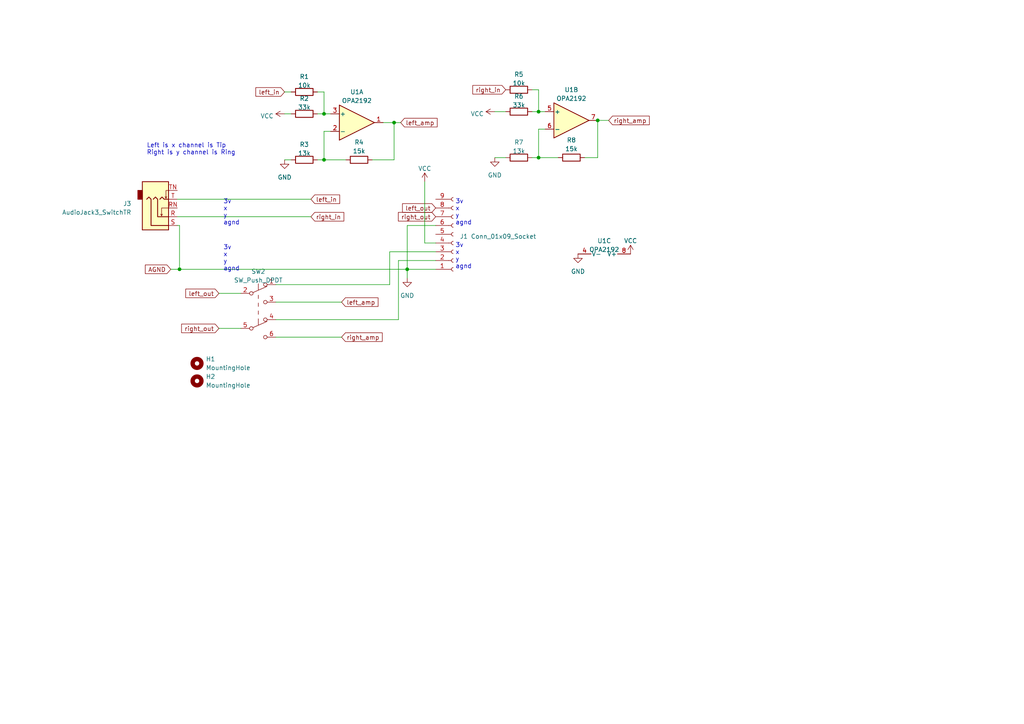
<source format=kicad_sch>
(kicad_sch (version 20231120) (generator "eeschema") (generator_version "8.0")
  (paper "A4")
  (lib_symbols
    (symbol "Amplifier_Operational:OPA2196xD" (pin_names (offset 0.127))
      (property "Reference" "U" (at 2.54 6.35 0))
      (property "Value" "OPA2196xD" (at 2.54 3.81 0))
      (symbol "OPA2196xD_1_1"
        (polyline (pts (xy 5.08 0) (xy -5.08 5.08) (xy -5.08 -5.08) (xy 5.08 0)) (stroke (width 0.254)) (fill (type background)))
        (pin output line (at 7.62 0 180) (length 2.54) (name "~") (number "1"))
        (pin input line (at -7.62 -2.54 0) (length 2.54) (name "-") (number "2"))
        (pin input line (at -7.62 2.54 0) (length 2.54) (name "+") (number "3"))
      )
      (symbol "OPA2196xD_2_1"
        (polyline (pts (xy 5.08 0) (xy -5.08 5.08) (xy -5.08 -5.08) (xy 5.08 0)) (stroke (width 0.254)) (fill (type background)))
        (pin input line (at -7.62 2.54 0) (length 2.54) (name "+") (number "5"))
        (pin input line (at -7.62 -2.54 0) (length 2.54) (name "-") (number "6"))
        (pin output line (at 7.62 0 180) (length 2.54) (name "~") (number "7"))
      )
      (symbol "OPA2196xD_3_1"
        (pin power_in line (at 0 -7.62 90) (length 3.81) (name "V-") (number "4"))
        (pin power_in line (at 0 7.62 270) (length 3.81) (name "V+") (number "8"))
      )
    )
    (symbol "Connector:Conn_01x09_Socket" (pin_names (offset 1.016) hide)
      (property "Reference" "J" (at 0 12.7 0))
      (property "Value" "Conn_01x09_Socket" (at 0 -12.7 0))
      (symbol "Conn_01x09_Socket_1_1"
        (arc (start 0 -9.652) (mid -0.5058 -10.16) (end 0 -10.668) (stroke (width 0.1524)))
        (arc (start 0 -7.112) (mid -0.5058 -7.62) (end 0 -8.128) (stroke (width 0.1524)))
        (arc (start 0 -4.572) (mid -0.5058 -5.08) (end 0 -5.588) (stroke (width 0.1524)))
        (arc (start 0 -2.032) (mid -0.5058 -2.54) (end 0 -3.048) (stroke (width 0.1524)))
        (polyline (pts (xy -1.27 -10.16) (xy -0.508 -10.16)) (stroke (width 0.1524)))
        (polyline (pts (xy -1.27 -7.62) (xy -0.508 -7.62)) (stroke (width 0.1524)))
        (polyline (pts (xy -1.27 -5.08) (xy -0.508 -5.08)) (stroke (width 0.1524)))
        (polyline (pts (xy -1.27 -2.54) (xy -0.508 -2.54)) (stroke (width 0.1524)))
        (polyline (pts (xy -1.27 0) (xy -0.508 0)) (stroke (width 0.1524)))
        (polyline (pts (xy -1.27 2.54) (xy -0.508 2.54)) (stroke (width 0.1524)))
        (polyline (pts (xy -1.27 5.08) (xy -0.508 5.08)) (stroke (width 0.1524)))
        (polyline (pts (xy -1.27 7.62) (xy -0.508 7.62)) (stroke (width 0.1524)))
        (polyline (pts (xy -1.27 10.16) (xy -0.508 10.16)) (stroke (width 0.1524)))
        (arc (start 0 0.508) (mid -0.5058 0) (end 0 -0.508) (stroke (width 0.1524)))
        (arc (start 0 3.048) (mid -0.5058 2.54) (end 0 2.032) (stroke (width 0.1524)))
        (arc (start 0 5.588) (mid -0.5058 5.08) (end 0 4.572) (stroke (width 0.1524)))
        (arc (start 0 8.128) (mid -0.5058 7.62) (end 0 7.112) (stroke (width 0.1524)))
        (arc (start 0 10.668) (mid -0.5058 10.16) (end 0 9.652) (stroke (width 0.1524)))
        (pin passive line (at -5.08 10.16 0) (length 3.81) (name "Pin_1") (number "1"))
        (pin passive line (at -5.08 7.62 0) (length 3.81) (name "Pin_2") (number "2"))
        (pin passive line (at -5.08 5.08 0) (length 3.81) (name "Pin_3") (number "3"))
        (pin passive line (at -5.08 2.54 0) (length 3.81) (name "Pin_4") (number "4"))
        (pin passive line (at -5.08 0 0) (length 3.81) (name "Pin_5") (number "5"))
        (pin passive line (at -5.08 -2.54 0) (length 3.81) (name "Pin_6") (number "6"))
        (pin passive line (at -5.08 -5.08 0) (length 3.81) (name "Pin_7") (number "7"))
        (pin passive line (at -5.08 -7.62 0) (length 3.81) (name "Pin_8") (number "8"))
        (pin passive line (at -5.08 -10.16 0) (length 3.81) (name "Pin_9") (number "9"))
      )
    )
    (symbol "Connector_Audio:AudioJack3_SwitchTR"
      (property "Reference" "J" (at 0 8.89 0))
      (property "Value" "AudioJack3_SwitchTR" (at 0 6.35 0))
      (symbol "AudioJack3_SwitchTR_0_1"
        (rectangle (start -5.08 -5.08) (end -6.35 -7.62) (stroke (width 0.254)) (fill (type outline)))
        (polyline (pts (xy 0.508 -0.254) (xy 0.762 -0.762)))
        (polyline (pts (xy 1.778 -5.334) (xy 2.032 -5.842)))
        (polyline (pts (xy 0 -5.08) (xy 0.635 -5.715) (xy 1.27 -5.08) (xy 2.54 -5.08)) (stroke (width 0.254)))
        (polyline (pts (xy 2.54 -7.62) (xy 1.778 -7.62) (xy 1.778 -5.334) (xy 1.524 -5.842)))
        (polyline (pts (xy 2.54 -2.54) (xy 0.508 -2.54) (xy 0.508 -0.254) (xy 0.254 -0.762)))
        (polyline (pts (xy -1.905 -5.08) (xy -1.27 -5.715) (xy -0.635 -5.08) (xy -0.635 0) (xy 2.54 0)) (stroke (width 0.254)))
        (polyline (pts (xy 2.54 2.54) (xy -2.54 2.54) (xy -2.54 -5.08) (xy -3.175 -5.715) (xy -3.81 -5.08)) (stroke (width 0.254)))
        (rectangle (start 2.54 3.81) (end -5.08 -10.16) (stroke (width 0.254)) (fill (type background)))
      )
      (symbol "AudioJack3_SwitchTR_1_1"
        (pin passive line (at 5.08 0 180) (length 2.54) (name "~") (number "R"))
        (pin passive line (at 5.08 -2.54 180) (length 2.54) (name "~") (number "RN"))
        (pin passive line (at 5.08 2.54 180) (length 2.54) (name "~") (number "S"))
        (pin passive line (at 5.08 -5.08 180) (length 2.54) (name "~") (number "T"))
        (pin passive line (at 5.08 -7.62 180) (length 2.54) (name "~") (number "TN"))
      )
    )
    (symbol "Device:R" (pin_numbers hide) (pin_names (offset 0))
      (property "Reference" "R" (at 2.032 0 90))
      (property "Value" "R" (at 0 0 90))
      (symbol "R_0_1"
        (rectangle (start -1.016 -2.54) (end 1.016 2.54) (stroke (width 0.254)))
      )
      (symbol "R_1_1"
        (pin passive line (at 0 3.81 270) (length 1.27) (name "~") (number "1"))
        (pin passive line (at 0 -3.81 90) (length 1.27) (name "~") (number "2"))
      )
    )
    (symbol "Mechanical:MountingHole" (pin_names (offset 1.016)) (exclude_from_sim yes) (in_bom no)
      (property "Reference" "H" (at 0 5.08 0))
      (property "Value" "MountingHole" (at 0 3.175 0))
      (symbol "MountingHole_0_1"
        (circle (center 0 0) (radius 1.27) (stroke (width 1.27)))
      )
    )
    (symbol "Switch:SW_Push_DPDT" (pin_names (offset 0) hide)
      (property "Reference" "SW" (at 0 8.89 0))
      (property "Value" "SW_Push_DPDT" (at 0 -10.16 0))
      (symbol "SW_Push_DPDT_0_0"
        (circle (center -2.032 -5.08) (radius 0.508))
        (circle (center -2.032 5.08) (radius 0.508))
        (circle (center 2.032 -7.62) (radius 0.508))
        (circle (center 2.032 2.54) (radius 0.508))
      )
      (symbol "SW_Push_DPDT_0_1"
        (polyline (pts (xy -1.524 -4.826) (xy 2.54 -3.048)))
        (polyline (pts (xy -1.524 5.334) (xy 2.54 7.112)))
        (polyline (pts (xy 0 -2.286) (xy 0 -4.064)))
        (polyline (pts (xy 0 -1.016) (xy 0 0)))
        (polyline (pts (xy 0 1.27) (xy 0 2.286)))
        (polyline (pts (xy 0 3.556) (xy 0 4.572)))
        (polyline (pts (xy 0 7.874) (xy 0 6.096)))
        (circle (center 2.032 -2.54) (radius 0.508))
        (circle (center 2.032 7.62) (radius 0.508))
      )
      (symbol "SW_Push_DPDT_1_1"
        (pin passive line (at 5.08 7.62 180) (length 2.54) (name "A") (number "1"))
        (pin passive line (at -5.08 5.08 0) (length 2.54) (name "B") (number "2"))
        (pin passive line (at 5.08 2.54 180) (length 2.54) (name "C") (number "3"))
        (pin passive line (at 5.08 -2.54 180) (length 2.54) (name "A") (number "4"))
        (pin passive line (at -5.08 -5.08 0) (length 2.54) (name "B") (number "5"))
        (pin passive line (at 5.08 -7.62 180) (length 2.54) (name "C") (number "6"))
      )
    )
    (symbol "power:GND" (power) (pin_names (offset 0))
      (property "Value" "GND" (at 0 -3.81 0))
      (symbol "GND_0_1"
        (polyline (pts (xy 0 0) (xy 0 -1.27) (xy 1.27 -1.27) (xy 0 -2.54) (xy -1.27 -1.27) (xy 0 -1.27)))
      )
      (symbol "GND_1_1"
        (pin power_in line (at 0 0 270) (length 0) hide (name "GND") (number "1"))
      )
    )
    (symbol "power:VCC" (power) (pin_names (offset 0))
      (property "Value" "VCC" (at 0 3.81 0))
      (symbol "VCC_0_1"
        (polyline (pts (xy -0.762 1.27) (xy 0 2.54)))
        (polyline (pts (xy 0 0) (xy 0 2.54)))
        (polyline (pts (xy 0 2.54) (xy 0.762 1.27)))
      )
      (symbol "VCC_1_1"
        (pin power_in line (at 0 0 90) (length 0) hide (name "VCC") (number "1"))
      )
    )
  )
  (junction (at 93.98 46.355))
  (junction (at 156.21 45.72))
  (junction (at 114.3 35.56))
  (junction (at 173.355 34.925))
  (junction (at 52.07 78.105))
  (junction (at 156.21 32.385))
  (junction (at 118.11 78.105))
  (junction (at 93.98 33.02))
  (wire (pts (xy 114.3 46.355) (xy 114.3 35.56)))
  (wire (pts (xy 118.11 78.105) (xy 118.11 80.645)))
  (wire (pts (xy 93.98 26.67) (xy 93.98 33.02)))
  (wire (pts (xy 126.365 70.485) (xy 123.19 70.485)))
  (wire (pts (xy 92.075 26.67) (xy 93.98 26.67)))
  (wire (pts (xy 143.51 45.72) (xy 146.685 45.72)))
  (wire (pts (xy 156.21 37.465) (xy 158.115 37.465)))
  (wire (pts (xy 118.11 78.105) (xy 126.365 78.105)))
  (wire (pts (xy 173.355 45.72) (xy 173.355 34.925)))
  (wire (pts (xy 82.55 33.02) (xy 84.455 33.02)))
  (wire (pts (xy 156.21 32.385) (xy 158.115 32.385)))
  (wire (pts (xy 51.435 57.785) (xy 90.17 57.785)))
  (wire (pts (xy 93.98 38.1) (xy 95.885 38.1)))
  (wire (pts (xy 49.53 78.105) (xy 52.07 78.105)))
  (wire (pts (xy 92.075 46.355) (xy 93.98 46.355)))
  (wire (pts (xy 173.355 34.925) (xy 176.53 34.925)))
  (wire (pts (xy 156.21 45.72) (xy 161.925 45.72)))
  (wire (pts (xy 93.98 33.02) (xy 95.885 33.02)))
  (wire (pts (xy 52.07 65.405) (xy 52.07 78.105)))
  (wire (pts (xy 156.21 37.465) (xy 156.21 45.72)))
  (wire (pts (xy 113.03 73.025) (xy 126.365 73.025)))
  (wire (pts (xy 114.3 35.56) (xy 116.205 35.56)))
  (wire (pts (xy 114.3 35.56) (xy 111.125 35.56)))
  (wire (pts (xy 154.305 26.035) (xy 156.21 26.035)))
  (wire (pts (xy 93.98 33.02) (xy 92.075 33.02)))
  (wire (pts (xy 51.435 62.865) (xy 90.17 62.865)))
  (wire (pts (xy 118.11 65.405) (xy 118.11 78.105)))
  (wire (pts (xy 51.435 65.405) (xy 52.07 65.405)))
  (wire (pts (xy 93.98 38.1) (xy 93.98 46.355)))
  (wire (pts (xy 123.19 52.705) (xy 123.19 70.485)))
  (wire (pts (xy 52.07 78.105) (xy 118.11 78.105)))
  (wire (pts (xy 113.03 82.55) (xy 113.03 73.025)))
  (wire (pts (xy 80.01 97.79) (xy 99.06 97.79)))
  (wire (pts (xy 114.3 46.355) (xy 107.95 46.355)))
  (wire (pts (xy 118.11 65.405) (xy 126.365 65.405)))
  (wire (pts (xy 80.01 82.55) (xy 113.03 82.55)))
  (wire (pts (xy 82.55 46.355) (xy 84.455 46.355)))
  (wire (pts (xy 156.21 26.035) (xy 156.21 32.385)))
  (wire (pts (xy 126.365 75.565) (xy 115.57 75.565)))
  (wire (pts (xy 63.5 85.09) (xy 69.85 85.09)))
  (wire (pts (xy 93.98 46.355) (xy 100.33 46.355)))
  (wire (pts (xy 115.57 75.565) (xy 115.57 92.71)))
  (wire (pts (xy 80.01 87.63) (xy 99.06 87.63)))
  (wire (pts (xy 156.21 32.385) (xy 154.305 32.385)))
  (wire (pts (xy 169.545 45.72) (xy 173.355 45.72)))
  (wire (pts (xy 115.57 92.71) (xy 80.01 92.71)))
  (wire (pts (xy 143.51 32.385) (xy 146.685 32.385)))
  (wire (pts (xy 63.5 95.25) (xy 69.85 95.25)))
  (wire (pts (xy 82.55 26.67) (xy 84.455 26.67)))
  (wire (pts (xy 154.305 45.72) (xy 156.21 45.72)))
  (text "3v\nx\ny\nagnd" (at 64.77 65.405 0) (effects (font (size 1.27 1.27)) (justify left bottom)))
  (text "3v\nx\ny\nagnd" (at 132.08 78.105 0) (effects (font (size 1.27 1.27)) (justify left bottom)))
  (text "3v\nx\ny\nagnd" (at 132.08 65.405 0) (effects (font (size 1.27 1.27)) (justify left bottom)))
  (text "3v\nx\ny\nagnd" (at 64.77 78.74 0) (effects (font (size 1.27 1.27)) (justify left bottom)))
  (text "Left is x channel is Tip\nRight is y channel is Ring" (at 42.545 45.085 0) (effects (font (size 1.27 1.27)) (justify left bottom)))
  (global_label "AGND" (shape input) (at 49.53 78.105 180) (property "Intersheetrefs" "${INTERSHEET_REFS}" (effects (hide yes))))
  (global_label "left_amp" (shape input) (at 99.06 87.63 0) (property "Intersheetrefs" "${INTERSHEET_REFS}" (effects (hide yes))))
  (global_label "right_in" (shape input) (at 146.685 26.035 180) (property "Intersheetrefs" "${INTERSHEET_REFS}" (effects (hide yes))))
  (global_label "right_amp" (shape input) (at 176.53 34.925 0) (property "Intersheetrefs" "${INTERSHEET_REFS}" (effects (hide yes))))
  (global_label "left_in" (shape input) (at 90.17 57.785 0) (property "Intersheetrefs" "${INTERSHEET_REFS}" (effects (hide yes))))
  (global_label "right_out" (shape input) (at 63.5 95.25 180) (property "Intersheetrefs" "${INTERSHEET_REFS}" (effects (hide yes))))
  (global_label "left_in" (shape input) (at 82.55 26.67 180) (property "Intersheetrefs" "${INTERSHEET_REFS}" (effects (hide yes))))
  (global_label "right_amp" (shape input) (at 99.06 97.79 0) (property "Intersheetrefs" "${INTERSHEET_REFS}" (effects (hide yes))))
  (global_label "right_in" (shape input) (at 90.17 62.865 0) (property "Intersheetrefs" "${INTERSHEET_REFS}" (effects (hide yes))))
  (global_label "right_out" (shape input) (at 126.365 62.865 180) (property "Intersheetrefs" "${INTERSHEET_REFS}" (effects (hide yes))))
  (global_label "left_out" (shape input) (at 126.365 60.325 180) (property "Intersheetrefs" "${INTERSHEET_REFS}" (effects (hide yes))))
  (global_label "left_out" (shape input) (at 63.5 85.09 180) (property "Intersheetrefs" "${INTERSHEET_REFS}" (effects (hide yes))))
  (global_label "left_amp" (shape input) (at 116.205 35.56 0) (property "Intersheetrefs" "${INTERSHEET_REFS}" (effects (hide yes))))
  (symbol (lib_id "Mechanical:MountingHole") (at 57.15 105.41 0) (unit 1) (exclude_from_sim yes) (in_bom no)
    (property "Reference" "H1" (at 59.69 104.1399 0) (effects (justify left)))
    (property "Value" "MountingHole" (at 59.69 106.6799 0) (effects (justify left)))
    (property "Footprint" "MountingHole:MountingHole_2.2mm_M2" (effects (hide yes)))
    (property "Description" "Mounting Hole without connection" (effects (hide yes)))
  )
  (symbol (lib_id "Amplifier_Operational:OPA2196xD") (at 175.26 73.66 270) (unit 3)
    (property "Reference" "U1" (at 175.26 69.85 90))
    (property "Value" "OPA2192" (at 175.26 72.39 90))
    (property "Footprint" "Package_SO:SOIC-8_3.9x4.9mm_P1.27mm" (effects (hide yes)))
    (property "Datasheet" "http://www.ti.com/lit/ds/symlink/opa4196.pdf" (effects (hide yes)))
    (property "MPN" "C110074" (effects (hide yes)))
    (property "JLCPCB Rotation Offset" "90" (effects (hide yes)))
  )
  (symbol (lib_id "Connector_Audio:AudioJack3_SwitchTR") (at 46.355 62.865 0) (mirror x) (unit 1)
    (property "Reference" "J3" (at 38.1 59.055 0) (effects (justify right)))
    (property "Value" "AudioJack3_SwitchTR" (at 38.1 61.595 0) (effects (justify right)))
    (property "Footprint" "Connector_Audio:Jack_3.5mm_CUI_SJ1-3525N_Horizontal" (effects (hide yes)))
  )
  (symbol (lib_id "Device:R") (at 165.735 45.72 270) (unit 1)
    (property "Reference" "R8" (at 165.735 40.64 90))
    (property "Value" "15k" (at 165.735 43.18 90))
    (property "Footprint" "Resistor_SMD:R_0603_1608Metric_Pad0.98x0.95mm_HandSolder" (effects (hide yes)))
  )
  (symbol (lib_id "Amplifier_Operational:OPA2196xD") (at 165.735 34.925 0) (unit 2)
    (property "Reference" "U1" (at 165.735 26.035 0))
    (property "Value" "OPA2192" (at 165.735 28.575 0))
    (property "Footprint" "Package_SO:SOIC-8_3.9x4.9mm_P1.27mm" (effects (hide yes)))
    (property "Datasheet" "http://www.ti.com/lit/ds/symlink/opa4196.pdf" (effects (hide yes)))
    (property "MPN" "C110074" (effects (hide yes)))
    (property "JLCPCB Rotation Offset" "90" (effects (hide yes)))
  )
  (symbol (lib_id "Device:R") (at 150.495 45.72 90) (unit 1)
    (property "Reference" "R7" (at 150.495 41.275 90))
    (property "Value" "13k" (at 150.495 43.815 90))
    (property "Footprint" "Resistor_SMD:R_0603_1608Metric_Pad0.98x0.95mm_HandSolder" (effects (hide yes)))
  )
  (symbol (lib_id "Device:R") (at 104.14 46.355 270) (unit 1)
    (property "Reference" "R4" (at 104.14 41.275 90))
    (property "Value" "15k" (at 104.14 43.815 90))
    (property "Footprint" "Resistor_SMD:R_0603_1608Metric_Pad0.98x0.95mm_HandSolder" (effects (hide yes)))
  )
  (symbol (lib_id "power:GND") (at 118.11 80.645 0) (unit 1)
    (property "Reference" "#PWR06" (effects (hide yes)))
    (property "Value" "GND" (at 118.11 85.725 0))
  )
  (symbol (lib_id "Device:R") (at 88.265 26.67 90) (unit 1)
    (property "Reference" "R1" (at 88.265 22.225 90))
    (property "Value" "10k" (at 88.265 24.765 90))
    (property "Footprint" "Resistor_SMD:R_0603_1608Metric_Pad0.98x0.95mm_HandSolder" (effects (hide yes)))
  )
  (symbol (lib_id "Device:R") (at 88.265 46.355 90) (unit 1)
    (property "Reference" "R3" (at 88.265 41.91 90))
    (property "Value" "13k" (at 88.265 44.45 90))
    (property "Footprint" "Resistor_SMD:R_0603_1608Metric_Pad0.98x0.95mm_HandSolder" (effects (hide yes)))
  )
  (symbol (lib_id "Device:R") (at 150.495 32.385 90) (unit 1)
    (property "Reference" "R6" (at 150.495 27.94 90))
    (property "Value" "33k" (at 150.495 30.48 90))
    (property "Footprint" "Resistor_SMD:R_0603_1608Metric_Pad0.98x0.95mm_HandSolder" (effects (hide yes)))
  )
  (symbol (lib_id "power:VCC") (at 182.88 73.66 0) (unit 1)
    (property "Reference" "#PWR04" (effects (hide yes)))
    (property "Value" "VCC" (at 182.88 69.85 0))
  )
  (symbol (lib_id "power:VCC") (at 143.51 32.385 90) (unit 1)
    (property "Reference" "#PWR08" (effects (hide yes)))
    (property "Value" "VCC" (at 140.335 33.02 90) (effects (justify left)))
  )
  (symbol (lib_id "power:VCC") (at 82.55 33.02 90) (unit 1)
    (property "Reference" "#PWR03" (effects (hide yes)))
    (property "Value" "VCC" (at 79.375 33.655 90) (effects (justify left)))
  )
  (symbol (lib_id "Device:R") (at 88.265 33.02 90) (unit 1)
    (property "Reference" "R2" (at 88.265 28.575 90))
    (property "Value" "33k" (at 88.265 31.115 90))
    (property "Footprint" "Resistor_SMD:R_0603_1608Metric_Pad0.98x0.95mm_HandSolder" (effects (hide yes)))
  )
  (symbol (lib_id "power:GND") (at 167.64 73.66 0) (unit 1)
    (property "Reference" "#PWR02" (effects (hide yes)))
    (property "Value" "GND" (at 167.64 78.74 0))
  )
  (symbol (lib_id "Switch:SW_Push_DPDT") (at 74.93 90.17 0) (unit 1)
    (property "Reference" "SW2" (at 74.93 78.74 0))
    (property "Value" "SW_Push_DPDT" (at 74.93 81.28 0))
    (property "Footprint" "Button_Switch_SMD:SW_DPDT_CK_JS202011JCQN" (effects (hide yes)))
    (property "MPN" "C221665" (effects (hide yes)))
  )
  (symbol (lib_id "Device:R") (at 150.495 26.035 90) (unit 1)
    (property "Reference" "R5" (at 150.495 21.59 90))
    (property "Value" "10k" (at 150.495 24.13 90))
    (property "Footprint" "Resistor_SMD:R_0603_1608Metric_Pad0.98x0.95mm_HandSolder" (effects (hide yes)))
  )
  (symbol (lib_id "power:GND") (at 82.55 46.355 0) (unit 1)
    (property "Reference" "#PWR07" (effects (hide yes)))
    (property "Value" "GND" (at 82.55 51.435 0))
  )
  (symbol (lib_id "power:GND") (at 143.51 45.72 0) (unit 1)
    (property "Reference" "#PWR09" (effects (hide yes)))
    (property "Value" "GND" (at 143.51 50.8 0))
  )
  (symbol (lib_id "power:VCC") (at 123.19 52.705 0) (unit 1)
    (property "Reference" "#PWR05" (effects (hide yes)))
    (property "Value" "VCC" (at 123.19 48.895 0))
  )
  (symbol (lib_id "Connector:Conn_01x09_Socket") (at 131.445 67.945 0) (mirror x) (unit 1)
    (property "Reference" "J1" (at 133.35 68.58 0) (effects (justify left)))
    (property "Value" "Conn_01x09_Socket" (at 136.525 68.58 0) (effects (justify left)))
    (property "Footprint" "Connector_PinHeader_2.54mm:PinHeader_1x09_P2.54mm_Vertical" (effects (hide yes)))
  )
  (symbol (lib_id "Amplifier_Operational:OPA2196xD") (at 103.505 35.56 0) (unit 1)
    (property "Reference" "U1" (at 103.505 26.67 0))
    (property "Value" "OPA2192" (at 103.505 29.21 0))
    (property "Footprint" "Package_SO:SOIC-8_3.9x4.9mm_P1.27mm" (effects (hide yes)))
    (property "Datasheet" "http://www.ti.com/lit/ds/symlink/opa4196.pdf" (effects (hide yes)))
    (property "MPN" "C110074" (effects (hide yes)))
    (property "JLCPCB Rotation Offset" "90" (effects (hide yes)))
  )
  (symbol (lib_id "Mechanical:MountingHole") (at 57.15 110.49 0) (unit 1) (exclude_from_sim yes) (in_bom no)
    (property "Reference" "H2" (at 59.69 109.2199 0) (effects (justify left)))
    (property "Value" "MountingHole" (at 59.69 111.7599 0) (effects (justify left)))
    (property "Footprint" "MountingHole:MountingHole_2.2mm_M2" (effects (hide yes)))
    (property "Description" "Mounting Hole without connection" (effects (hide yes)))
  )
)
</source>
